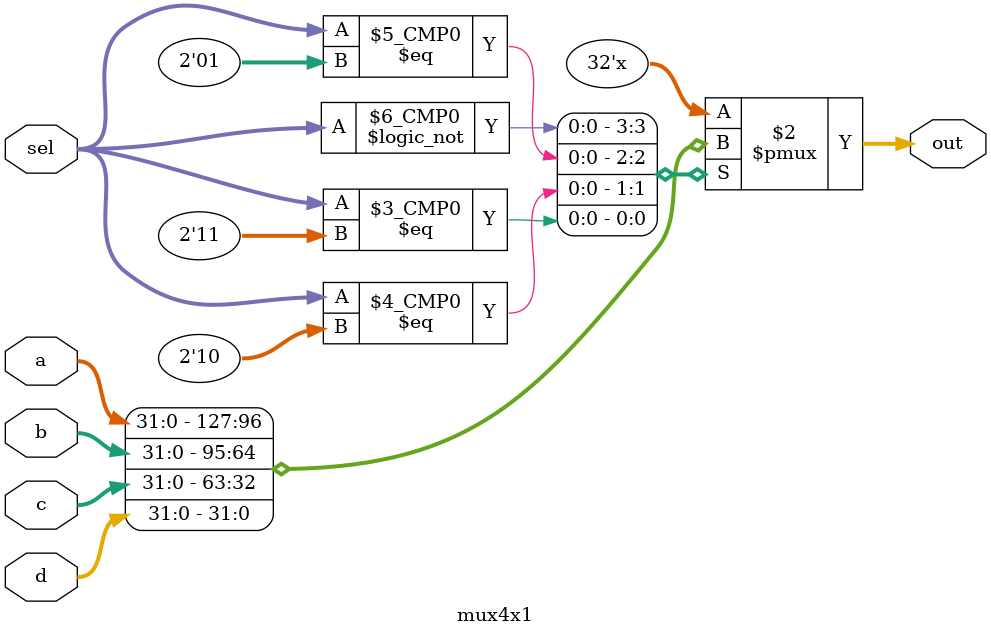
<source format=v>
`timescale 1ns / 1ps

module mux4x1(
    input [31:0] a,
    input [31:0] b,
    input [31:0] c,
    input [31:0] d,
    input [1:0] sel,
    output reg [31:0] out
    );

always@(*) begin
    case(sel)
    2'b00:out=a;
    2'b01:out=b;
    2'b10:out=c;
    2'b11:out=d;
endcase
end

endmodule
</source>
